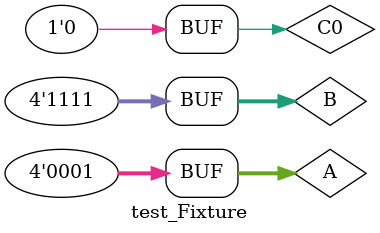
<source format=v>
`timescale 1ns / 1ps


module test_Fixture;

	// Inputs
	reg C0;
	reg [3:0] A;
	reg [3:0] B;

	// Outputs
	wire C1;
	wire [3:0] S;

	// Instantiate the Unit Under Test (UUT)
	test uut (
		.C0(C0), 
		.A(A), 
		.B(B), 
		.C1(C1), 
		.S(S)
	);

	initial begin
		C0 = 0;
		A = 4'b0001;
		B = 4'b0100;
		#100;
		C0 = 0;
		A = 4'b0101;
		B = 4'b1010;
		#100;
		
		C0 = 1;
		A = 4'b0101;
		B = 4'b1010;
		#100;
		
		C0 = 0;
		A = 4'b0001;
		B = 4'b1111;
		#100;

	end
      
endmodule


</source>
